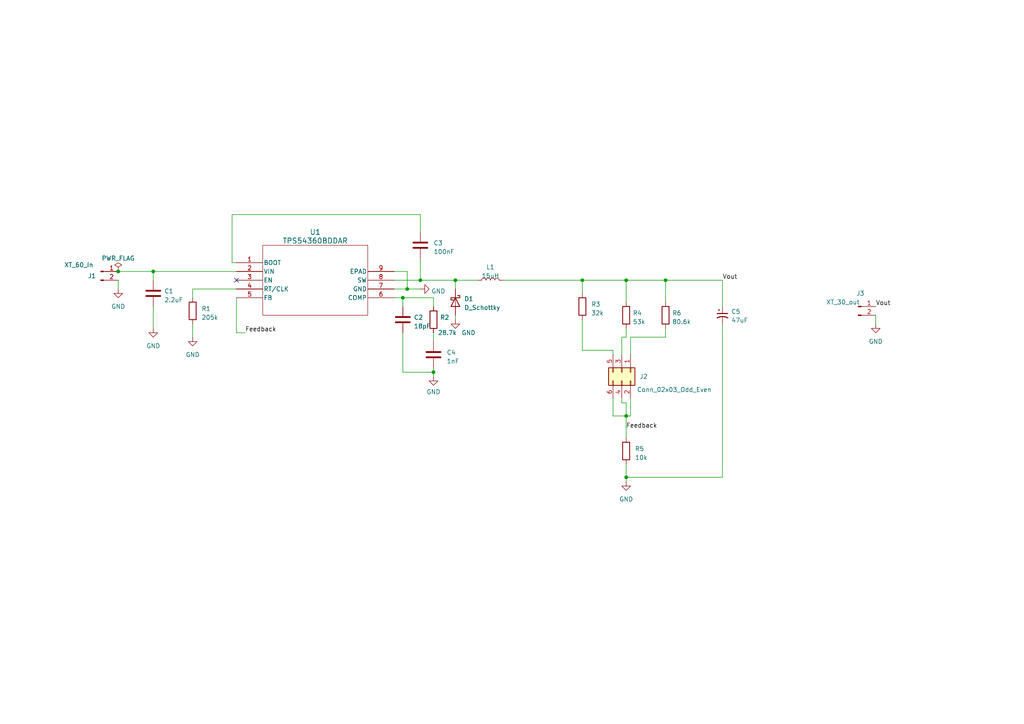
<source format=kicad_sch>
(kicad_sch (version 20230121) (generator eeschema)

  (uuid 7725f0b8-cb64-45b3-baea-c04ebf2b9791)

  (paper "A4")

  (lib_symbols
    (symbol "Connector:Conn_01x02_Pin" (pin_names (offset 1.016) hide) (in_bom yes) (on_board yes)
      (property "Reference" "J" (at 0 2.54 0)
        (effects (font (size 1.27 1.27)))
      )
      (property "Value" "Conn_01x02_Pin" (at 0 -5.08 0)
        (effects (font (size 1.27 1.27)))
      )
      (property "Footprint" "" (at 0 0 0)
        (effects (font (size 1.27 1.27)) hide)
      )
      (property "Datasheet" "~" (at 0 0 0)
        (effects (font (size 1.27 1.27)) hide)
      )
      (property "ki_locked" "" (at 0 0 0)
        (effects (font (size 1.27 1.27)))
      )
      (property "ki_keywords" "connector" (at 0 0 0)
        (effects (font (size 1.27 1.27)) hide)
      )
      (property "ki_description" "Generic connector, single row, 01x02, script generated" (at 0 0 0)
        (effects (font (size 1.27 1.27)) hide)
      )
      (property "ki_fp_filters" "Connector*:*_1x??_*" (at 0 0 0)
        (effects (font (size 1.27 1.27)) hide)
      )
      (symbol "Conn_01x02_Pin_1_1"
        (polyline
          (pts
            (xy 1.27 -2.54)
            (xy 0.8636 -2.54)
          )
          (stroke (width 0.1524) (type default))
          (fill (type none))
        )
        (polyline
          (pts
            (xy 1.27 0)
            (xy 0.8636 0)
          )
          (stroke (width 0.1524) (type default))
          (fill (type none))
        )
        (rectangle (start 0.8636 -2.413) (end 0 -2.667)
          (stroke (width 0.1524) (type default))
          (fill (type outline))
        )
        (rectangle (start 0.8636 0.127) (end 0 -0.127)
          (stroke (width 0.1524) (type default))
          (fill (type outline))
        )
        (pin passive line (at 5.08 0 180) (length 3.81)
          (name "Pin_1" (effects (font (size 1.27 1.27))))
          (number "1" (effects (font (size 1.27 1.27))))
        )
        (pin passive line (at 5.08 -2.54 180) (length 3.81)
          (name "Pin_2" (effects (font (size 1.27 1.27))))
          (number "2" (effects (font (size 1.27 1.27))))
        )
      )
    )
    (symbol "Connector_Generic:Conn_02x03_Odd_Even" (pin_names (offset 1.016) hide) (in_bom yes) (on_board yes)
      (property "Reference" "J" (at 1.27 5.08 0)
        (effects (font (size 1.27 1.27)))
      )
      (property "Value" "Conn_02x03_Odd_Even" (at 1.27 -5.08 0)
        (effects (font (size 1.27 1.27)))
      )
      (property "Footprint" "" (at 0 0 0)
        (effects (font (size 1.27 1.27)) hide)
      )
      (property "Datasheet" "~" (at 0 0 0)
        (effects (font (size 1.27 1.27)) hide)
      )
      (property "ki_keywords" "connector" (at 0 0 0)
        (effects (font (size 1.27 1.27)) hide)
      )
      (property "ki_description" "Generic connector, double row, 02x03, odd/even pin numbering scheme (row 1 odd numbers, row 2 even numbers), script generated (kicad-library-utils/schlib/autogen/connector/)" (at 0 0 0)
        (effects (font (size 1.27 1.27)) hide)
      )
      (property "ki_fp_filters" "Connector*:*_2x??_*" (at 0 0 0)
        (effects (font (size 1.27 1.27)) hide)
      )
      (symbol "Conn_02x03_Odd_Even_1_1"
        (rectangle (start -1.27 -2.413) (end 0 -2.667)
          (stroke (width 0.1524) (type default))
          (fill (type none))
        )
        (rectangle (start -1.27 0.127) (end 0 -0.127)
          (stroke (width 0.1524) (type default))
          (fill (type none))
        )
        (rectangle (start -1.27 2.667) (end 0 2.413)
          (stroke (width 0.1524) (type default))
          (fill (type none))
        )
        (rectangle (start -1.27 3.81) (end 3.81 -3.81)
          (stroke (width 0.254) (type default))
          (fill (type background))
        )
        (rectangle (start 3.81 -2.413) (end 2.54 -2.667)
          (stroke (width 0.1524) (type default))
          (fill (type none))
        )
        (rectangle (start 3.81 0.127) (end 2.54 -0.127)
          (stroke (width 0.1524) (type default))
          (fill (type none))
        )
        (rectangle (start 3.81 2.667) (end 2.54 2.413)
          (stroke (width 0.1524) (type default))
          (fill (type none))
        )
        (pin passive line (at -5.08 2.54 0) (length 3.81)
          (name "Pin_1" (effects (font (size 1.27 1.27))))
          (number "1" (effects (font (size 1.27 1.27))))
        )
        (pin passive line (at 7.62 2.54 180) (length 3.81)
          (name "Pin_2" (effects (font (size 1.27 1.27))))
          (number "2" (effects (font (size 1.27 1.27))))
        )
        (pin passive line (at -5.08 0 0) (length 3.81)
          (name "Pin_3" (effects (font (size 1.27 1.27))))
          (number "3" (effects (font (size 1.27 1.27))))
        )
        (pin passive line (at 7.62 0 180) (length 3.81)
          (name "Pin_4" (effects (font (size 1.27 1.27))))
          (number "4" (effects (font (size 1.27 1.27))))
        )
        (pin passive line (at -5.08 -2.54 0) (length 3.81)
          (name "Pin_5" (effects (font (size 1.27 1.27))))
          (number "5" (effects (font (size 1.27 1.27))))
        )
        (pin passive line (at 7.62 -2.54 180) (length 3.81)
          (name "Pin_6" (effects (font (size 1.27 1.27))))
          (number "6" (effects (font (size 1.27 1.27))))
        )
      )
    )
    (symbol "Device:C" (pin_numbers hide) (pin_names (offset 0.254)) (in_bom yes) (on_board yes)
      (property "Reference" "C" (at 0.635 2.54 0)
        (effects (font (size 1.27 1.27)) (justify left))
      )
      (property "Value" "C" (at 0.635 -2.54 0)
        (effects (font (size 1.27 1.27)) (justify left))
      )
      (property "Footprint" "" (at 0.9652 -3.81 0)
        (effects (font (size 1.27 1.27)) hide)
      )
      (property "Datasheet" "~" (at 0 0 0)
        (effects (font (size 1.27 1.27)) hide)
      )
      (property "ki_keywords" "cap capacitor" (at 0 0 0)
        (effects (font (size 1.27 1.27)) hide)
      )
      (property "ki_description" "Unpolarized capacitor" (at 0 0 0)
        (effects (font (size 1.27 1.27)) hide)
      )
      (property "ki_fp_filters" "C_*" (at 0 0 0)
        (effects (font (size 1.27 1.27)) hide)
      )
      (symbol "C_0_1"
        (polyline
          (pts
            (xy -2.032 -0.762)
            (xy 2.032 -0.762)
          )
          (stroke (width 0.508) (type default))
          (fill (type none))
        )
        (polyline
          (pts
            (xy -2.032 0.762)
            (xy 2.032 0.762)
          )
          (stroke (width 0.508) (type default))
          (fill (type none))
        )
      )
      (symbol "C_1_1"
        (pin passive line (at 0 3.81 270) (length 2.794)
          (name "~" (effects (font (size 1.27 1.27))))
          (number "1" (effects (font (size 1.27 1.27))))
        )
        (pin passive line (at 0 -3.81 90) (length 2.794)
          (name "~" (effects (font (size 1.27 1.27))))
          (number "2" (effects (font (size 1.27 1.27))))
        )
      )
    )
    (symbol "Device:C_Polarized_Small_US" (pin_numbers hide) (pin_names (offset 0.254) hide) (in_bom yes) (on_board yes)
      (property "Reference" "C" (at 0.254 1.778 0)
        (effects (font (size 1.27 1.27)) (justify left))
      )
      (property "Value" "C_Polarized_Small_US" (at 0.254 -2.032 0)
        (effects (font (size 1.27 1.27)) (justify left))
      )
      (property "Footprint" "" (at 0 0 0)
        (effects (font (size 1.27 1.27)) hide)
      )
      (property "Datasheet" "~" (at 0 0 0)
        (effects (font (size 1.27 1.27)) hide)
      )
      (property "ki_keywords" "cap capacitor" (at 0 0 0)
        (effects (font (size 1.27 1.27)) hide)
      )
      (property "ki_description" "Polarized capacitor, small US symbol" (at 0 0 0)
        (effects (font (size 1.27 1.27)) hide)
      )
      (property "ki_fp_filters" "CP_*" (at 0 0 0)
        (effects (font (size 1.27 1.27)) hide)
      )
      (symbol "C_Polarized_Small_US_0_1"
        (polyline
          (pts
            (xy -1.524 0.508)
            (xy 1.524 0.508)
          )
          (stroke (width 0.3048) (type default))
          (fill (type none))
        )
        (polyline
          (pts
            (xy -1.27 1.524)
            (xy -0.762 1.524)
          )
          (stroke (width 0) (type default))
          (fill (type none))
        )
        (polyline
          (pts
            (xy -1.016 1.27)
            (xy -1.016 1.778)
          )
          (stroke (width 0) (type default))
          (fill (type none))
        )
        (arc (start 1.524 -0.762) (mid 0 -0.3734) (end -1.524 -0.762)
          (stroke (width 0.3048) (type default))
          (fill (type none))
        )
      )
      (symbol "C_Polarized_Small_US_1_1"
        (pin passive line (at 0 2.54 270) (length 2.032)
          (name "~" (effects (font (size 1.27 1.27))))
          (number "1" (effects (font (size 1.27 1.27))))
        )
        (pin passive line (at 0 -2.54 90) (length 2.032)
          (name "~" (effects (font (size 1.27 1.27))))
          (number "2" (effects (font (size 1.27 1.27))))
        )
      )
    )
    (symbol "Device:D_Schottky" (pin_numbers hide) (pin_names (offset 1.016) hide) (in_bom yes) (on_board yes)
      (property "Reference" "D" (at 0 2.54 0)
        (effects (font (size 1.27 1.27)))
      )
      (property "Value" "D_Schottky" (at 0 -2.54 0)
        (effects (font (size 1.27 1.27)))
      )
      (property "Footprint" "" (at 0 0 0)
        (effects (font (size 1.27 1.27)) hide)
      )
      (property "Datasheet" "~" (at 0 0 0)
        (effects (font (size 1.27 1.27)) hide)
      )
      (property "ki_keywords" "diode Schottky" (at 0 0 0)
        (effects (font (size 1.27 1.27)) hide)
      )
      (property "ki_description" "Schottky diode" (at 0 0 0)
        (effects (font (size 1.27 1.27)) hide)
      )
      (property "ki_fp_filters" "TO-???* *_Diode_* *SingleDiode* D_*" (at 0 0 0)
        (effects (font (size 1.27 1.27)) hide)
      )
      (symbol "D_Schottky_0_1"
        (polyline
          (pts
            (xy 1.27 0)
            (xy -1.27 0)
          )
          (stroke (width 0) (type default))
          (fill (type none))
        )
        (polyline
          (pts
            (xy 1.27 1.27)
            (xy 1.27 -1.27)
            (xy -1.27 0)
            (xy 1.27 1.27)
          )
          (stroke (width 0.254) (type default))
          (fill (type none))
        )
        (polyline
          (pts
            (xy -1.905 0.635)
            (xy -1.905 1.27)
            (xy -1.27 1.27)
            (xy -1.27 -1.27)
            (xy -0.635 -1.27)
            (xy -0.635 -0.635)
          )
          (stroke (width 0.254) (type default))
          (fill (type none))
        )
      )
      (symbol "D_Schottky_1_1"
        (pin passive line (at -3.81 0 0) (length 2.54)
          (name "K" (effects (font (size 1.27 1.27))))
          (number "1" (effects (font (size 1.27 1.27))))
        )
        (pin passive line (at 3.81 0 180) (length 2.54)
          (name "A" (effects (font (size 1.27 1.27))))
          (number "2" (effects (font (size 1.27 1.27))))
        )
      )
    )
    (symbol "Device:L" (pin_numbers hide) (pin_names (offset 1.016) hide) (in_bom yes) (on_board yes)
      (property "Reference" "L" (at -1.27 0 90)
        (effects (font (size 1.27 1.27)))
      )
      (property "Value" "L" (at 1.905 0 90)
        (effects (font (size 1.27 1.27)))
      )
      (property "Footprint" "" (at 0 0 0)
        (effects (font (size 1.27 1.27)) hide)
      )
      (property "Datasheet" "~" (at 0 0 0)
        (effects (font (size 1.27 1.27)) hide)
      )
      (property "ki_keywords" "inductor choke coil reactor magnetic" (at 0 0 0)
        (effects (font (size 1.27 1.27)) hide)
      )
      (property "ki_description" "Inductor" (at 0 0 0)
        (effects (font (size 1.27 1.27)) hide)
      )
      (property "ki_fp_filters" "Choke_* *Coil* Inductor_* L_*" (at 0 0 0)
        (effects (font (size 1.27 1.27)) hide)
      )
      (symbol "L_0_1"
        (arc (start 0 -2.54) (mid 0.6323 -1.905) (end 0 -1.27)
          (stroke (width 0) (type default))
          (fill (type none))
        )
        (arc (start 0 -1.27) (mid 0.6323 -0.635) (end 0 0)
          (stroke (width 0) (type default))
          (fill (type none))
        )
        (arc (start 0 0) (mid 0.6323 0.635) (end 0 1.27)
          (stroke (width 0) (type default))
          (fill (type none))
        )
        (arc (start 0 1.27) (mid 0.6323 1.905) (end 0 2.54)
          (stroke (width 0) (type default))
          (fill (type none))
        )
      )
      (symbol "L_1_1"
        (pin passive line (at 0 3.81 270) (length 1.27)
          (name "1" (effects (font (size 1.27 1.27))))
          (number "1" (effects (font (size 1.27 1.27))))
        )
        (pin passive line (at 0 -3.81 90) (length 1.27)
          (name "2" (effects (font (size 1.27 1.27))))
          (number "2" (effects (font (size 1.27 1.27))))
        )
      )
    )
    (symbol "Device:R" (pin_numbers hide) (pin_names (offset 0)) (in_bom yes) (on_board yes)
      (property "Reference" "R" (at 2.032 0 90)
        (effects (font (size 1.27 1.27)))
      )
      (property "Value" "R" (at 0 0 90)
        (effects (font (size 1.27 1.27)))
      )
      (property "Footprint" "" (at -1.778 0 90)
        (effects (font (size 1.27 1.27)) hide)
      )
      (property "Datasheet" "~" (at 0 0 0)
        (effects (font (size 1.27 1.27)) hide)
      )
      (property "ki_keywords" "R res resistor" (at 0 0 0)
        (effects (font (size 1.27 1.27)) hide)
      )
      (property "ki_description" "Resistor" (at 0 0 0)
        (effects (font (size 1.27 1.27)) hide)
      )
      (property "ki_fp_filters" "R_*" (at 0 0 0)
        (effects (font (size 1.27 1.27)) hide)
      )
      (symbol "R_0_1"
        (rectangle (start -1.016 -2.54) (end 1.016 2.54)
          (stroke (width 0.254) (type default))
          (fill (type none))
        )
      )
      (symbol "R_1_1"
        (pin passive line (at 0 3.81 270) (length 1.27)
          (name "~" (effects (font (size 1.27 1.27))))
          (number "1" (effects (font (size 1.27 1.27))))
        )
        (pin passive line (at 0 -3.81 90) (length 1.27)
          (name "~" (effects (font (size 1.27 1.27))))
          (number "2" (effects (font (size 1.27 1.27))))
        )
      )
    )
    (symbol "TPS54360BDDAR_VoltageRegulator:TPS54360BDDAR" (pin_names (offset 0.254)) (in_bom yes) (on_board yes)
      (property "Reference" "U" (at 22.86 10.16 0)
        (effects (font (size 1.524 1.524)))
      )
      (property "Value" "TPS54360BDDAR" (at 22.86 7.62 0)
        (effects (font (size 1.524 1.524)))
      )
      (property "Footprint" "U_DDA_TEX" (at 0 0 0)
        (effects (font (size 1.27 1.27) italic) hide)
      )
      (property "Datasheet" "TPS54360BDDAR" (at 0 0 0)
        (effects (font (size 1.27 1.27) italic) hide)
      )
      (property "ki_locked" "" (at 0 0 0)
        (effects (font (size 1.27 1.27)))
      )
      (property "ki_keywords" "TPS54360BDDAR" (at 0 0 0)
        (effects (font (size 1.27 1.27)) hide)
      )
      (property "ki_fp_filters" "U_DDA_TEX U_DDA_TEX-M U_DDA_TEX-L" (at 0 0 0)
        (effects (font (size 1.27 1.27)) hide)
      )
      (symbol "TPS54360BDDAR_0_1"
        (polyline
          (pts
            (xy 7.62 -15.24)
            (xy 38.1 -15.24)
          )
          (stroke (width 0.127) (type default))
          (fill (type none))
        )
        (polyline
          (pts
            (xy 7.62 5.08)
            (xy 7.62 -15.24)
          )
          (stroke (width 0.127) (type default))
          (fill (type none))
        )
        (polyline
          (pts
            (xy 38.1 -15.24)
            (xy 38.1 5.08)
          )
          (stroke (width 0.127) (type default))
          (fill (type none))
        )
        (polyline
          (pts
            (xy 38.1 5.08)
            (xy 7.62 5.08)
          )
          (stroke (width 0.127) (type default))
          (fill (type none))
        )
        (pin output line (at 0 0 0) (length 7.62)
          (name "BOOT" (effects (font (size 1.27 1.27))))
          (number "1" (effects (font (size 1.27 1.27))))
        )
        (pin power_in line (at 0 -2.54 0) (length 7.62)
          (name "VIN" (effects (font (size 1.27 1.27))))
          (number "2" (effects (font (size 1.27 1.27))))
        )
        (pin input line (at 0 -5.08 0) (length 7.62)
          (name "EN" (effects (font (size 1.27 1.27))))
          (number "3" (effects (font (size 1.27 1.27))))
        )
        (pin input line (at 0 -7.62 0) (length 7.62)
          (name "RT/CLK" (effects (font (size 1.27 1.27))))
          (number "4" (effects (font (size 1.27 1.27))))
        )
        (pin input line (at 0 -10.16 0) (length 7.62)
          (name "FB" (effects (font (size 1.27 1.27))))
          (number "5" (effects (font (size 1.27 1.27))))
        )
        (pin output line (at 45.72 -10.16 180) (length 7.62)
          (name "COMP" (effects (font (size 1.27 1.27))))
          (number "6" (effects (font (size 1.27 1.27))))
        )
        (pin power_out line (at 45.72 -7.62 180) (length 7.62)
          (name "GND" (effects (font (size 1.27 1.27))))
          (number "7" (effects (font (size 1.27 1.27))))
        )
        (pin input line (at 45.72 -5.08 180) (length 7.62)
          (name "SW" (effects (font (size 1.27 1.27))))
          (number "8" (effects (font (size 1.27 1.27))))
        )
        (pin power_out line (at 45.72 -2.54 180) (length 7.62)
          (name "EPAD" (effects (font (size 1.27 1.27))))
          (number "9" (effects (font (size 1.27 1.27))))
        )
      )
    )
    (symbol "power:GND" (power) (pin_names (offset 0)) (in_bom yes) (on_board yes)
      (property "Reference" "#PWR" (at 0 -6.35 0)
        (effects (font (size 1.27 1.27)) hide)
      )
      (property "Value" "GND" (at 0 -3.81 0)
        (effects (font (size 1.27 1.27)))
      )
      (property "Footprint" "" (at 0 0 0)
        (effects (font (size 1.27 1.27)) hide)
      )
      (property "Datasheet" "" (at 0 0 0)
        (effects (font (size 1.27 1.27)) hide)
      )
      (property "ki_keywords" "global power" (at 0 0 0)
        (effects (font (size 1.27 1.27)) hide)
      )
      (property "ki_description" "Power symbol creates a global label with name \"GND\" , ground" (at 0 0 0)
        (effects (font (size 1.27 1.27)) hide)
      )
      (symbol "GND_0_1"
        (polyline
          (pts
            (xy 0 0)
            (xy 0 -1.27)
            (xy 1.27 -1.27)
            (xy 0 -2.54)
            (xy -1.27 -1.27)
            (xy 0 -1.27)
          )
          (stroke (width 0) (type default))
          (fill (type none))
        )
      )
      (symbol "GND_1_1"
        (pin power_in line (at 0 0 270) (length 0) hide
          (name "GND" (effects (font (size 1.27 1.27))))
          (number "1" (effects (font (size 1.27 1.27))))
        )
      )
    )
    (symbol "power:PWR_FLAG" (power) (pin_numbers hide) (pin_names (offset 0) hide) (in_bom yes) (on_board yes)
      (property "Reference" "#FLG" (at 0 1.905 0)
        (effects (font (size 1.27 1.27)) hide)
      )
      (property "Value" "PWR_FLAG" (at 0 3.81 0)
        (effects (font (size 1.27 1.27)))
      )
      (property "Footprint" "" (at 0 0 0)
        (effects (font (size 1.27 1.27)) hide)
      )
      (property "Datasheet" "~" (at 0 0 0)
        (effects (font (size 1.27 1.27)) hide)
      )
      (property "ki_keywords" "flag power" (at 0 0 0)
        (effects (font (size 1.27 1.27)) hide)
      )
      (property "ki_description" "Special symbol for telling ERC where power comes from" (at 0 0 0)
        (effects (font (size 1.27 1.27)) hide)
      )
      (symbol "PWR_FLAG_0_0"
        (pin power_out line (at 0 0 90) (length 0)
          (name "pwr" (effects (font (size 1.27 1.27))))
          (number "1" (effects (font (size 1.27 1.27))))
        )
      )
      (symbol "PWR_FLAG_0_1"
        (polyline
          (pts
            (xy 0 0)
            (xy 0 1.27)
            (xy -1.016 1.905)
            (xy 0 2.54)
            (xy 1.016 1.905)
            (xy 0 1.27)
          )
          (stroke (width 0) (type default))
          (fill (type none))
        )
      )
    )
  )

  (junction (at 132.08 81.28) (diameter 0) (color 0 0 0 0)
    (uuid 1f8ae910-199d-440a-8cb8-8181a5133d67)
  )
  (junction (at 193.04 81.28) (diameter 0) (color 0 0 0 0)
    (uuid 3d556427-1e9f-48ad-b50c-7253ef97e6ca)
  )
  (junction (at 116.84 86.36) (diameter 0) (color 0 0 0 0)
    (uuid 436990dc-72d3-4feb-b375-6d09cd2d1340)
  )
  (junction (at 44.45 78.74) (diameter 0) (color 0 0 0 0)
    (uuid 4ae6a35f-c4be-4ec3-8b74-d7a5aab88224)
  )
  (junction (at 34.29 78.74) (diameter 0) (color 0 0 0 0)
    (uuid 5e33ca8b-bfbe-4633-9cee-c58baa21fd1c)
  )
  (junction (at 181.61 138.43) (diameter 0) (color 0 0 0 0)
    (uuid 62b301b2-8e2b-4f72-80e9-2ead35fa8fc6)
  )
  (junction (at 125.73 107.95) (diameter 0) (color 0 0 0 0)
    (uuid 6f42410a-a707-4b55-980e-4e4268f2bd55)
  )
  (junction (at 121.92 81.28) (diameter 0) (color 0 0 0 0)
    (uuid 77053a97-2495-4dcf-8dc0-fa426c84b5f8)
  )
  (junction (at 118.11 83.82) (diameter 0) (color 0 0 0 0)
    (uuid 79b0fdd9-dce3-426f-938e-c330efc68a8f)
  )
  (junction (at 168.91 81.28) (diameter 0) (color 0 0 0 0)
    (uuid c2ecc338-ee78-4d24-b208-0acb95774500)
  )
  (junction (at 181.61 120.65) (diameter 0) (color 0 0 0 0)
    (uuid d3f3fc9c-501b-4efb-b1f5-6f5bf8ec05dd)
  )
  (junction (at 181.61 81.28) (diameter 0) (color 0 0 0 0)
    (uuid fce1fd1a-54eb-4825-b8f8-2c5c92ebde32)
  )

  (no_connect (at 68.58 81.28) (uuid a76fc4e6-313c-4662-912b-bb830f805ed2))

  (wire (pts (xy 168.91 81.28) (xy 168.91 85.09))
    (stroke (width 0) (type default))
    (uuid 00a595ff-ed55-4598-9ce9-92ff13d5f290)
  )
  (wire (pts (xy 67.31 62.23) (xy 67.31 76.2))
    (stroke (width 0) (type default))
    (uuid 0604d0ae-b8f9-4a4e-a196-9016f294bcce)
  )
  (wire (pts (xy 116.84 86.36) (xy 116.84 88.9))
    (stroke (width 0) (type default))
    (uuid 13899c23-4d8c-4b5d-9ed6-a8abf082ed57)
  )
  (wire (pts (xy 114.3 86.36) (xy 116.84 86.36))
    (stroke (width 0) (type default))
    (uuid 16df4d1e-1b28-473b-ac5e-1d3ac5162041)
  )
  (wire (pts (xy 118.11 83.82) (xy 118.11 78.74))
    (stroke (width 0) (type default))
    (uuid 1a648902-00ce-4697-b1bc-ffee03338224)
  )
  (wire (pts (xy 118.11 78.74) (xy 114.3 78.74))
    (stroke (width 0) (type default))
    (uuid 1c308290-e550-4654-ad95-580ca48cdb53)
  )
  (wire (pts (xy 125.73 88.9) (xy 125.73 86.36))
    (stroke (width 0) (type default))
    (uuid 1e6a949d-b731-4c4c-82dc-289633aadae4)
  )
  (wire (pts (xy 68.58 96.52) (xy 68.58 86.36))
    (stroke (width 0) (type default))
    (uuid 259e7314-50e4-48a7-b975-992da922b278)
  )
  (wire (pts (xy 209.55 138.43) (xy 181.61 138.43))
    (stroke (width 0) (type default))
    (uuid 32921c73-f1d4-4a2d-862e-11d441399d8e)
  )
  (wire (pts (xy 181.61 116.84) (xy 181.61 120.65))
    (stroke (width 0) (type default))
    (uuid 343e477e-ae9f-4b22-babd-c5a99bf6246c)
  )
  (wire (pts (xy 181.61 95.25) (xy 181.61 97.79))
    (stroke (width 0) (type default))
    (uuid 35633680-096f-419a-a2a4-d887b918499d)
  )
  (wire (pts (xy 177.8 120.65) (xy 181.61 120.65))
    (stroke (width 0) (type default))
    (uuid 3dac6050-e7ae-435d-b401-779db89367a6)
  )
  (wire (pts (xy 182.88 97.79) (xy 182.88 102.87))
    (stroke (width 0) (type default))
    (uuid 41aaaa8f-7d9f-4e3e-8a15-3d0f2ccc833c)
  )
  (wire (pts (xy 193.04 81.28) (xy 193.04 87.63))
    (stroke (width 0) (type default))
    (uuid 4768eb8b-b388-4c8b-a935-faa46c270815)
  )
  (wire (pts (xy 254 91.44) (xy 254 93.98))
    (stroke (width 0) (type default))
    (uuid 47cc448b-6a2b-4711-8da8-2b61efad2675)
  )
  (wire (pts (xy 181.61 138.43) (xy 181.61 139.7))
    (stroke (width 0) (type default))
    (uuid 49225c57-8b83-43e0-a9e4-170449057dc1)
  )
  (wire (pts (xy 181.61 134.62) (xy 181.61 138.43))
    (stroke (width 0) (type default))
    (uuid 49361a21-f41d-4d8b-96fd-be0b324809c5)
  )
  (wire (pts (xy 116.84 96.52) (xy 116.84 107.95))
    (stroke (width 0) (type default))
    (uuid 54db22c8-6475-4d48-84a8-2c6df5aacc44)
  )
  (wire (pts (xy 68.58 83.82) (xy 55.88 83.82))
    (stroke (width 0) (type default))
    (uuid 558868a5-4bec-44c7-9249-2347669a447d)
  )
  (wire (pts (xy 132.08 91.44) (xy 132.08 92.71))
    (stroke (width 0) (type default))
    (uuid 5589b26b-3a0f-4bb7-9d11-77ef0406e793)
  )
  (wire (pts (xy 125.73 86.36) (xy 116.84 86.36))
    (stroke (width 0) (type default))
    (uuid 56cb9ddd-a62a-435b-9e07-01c9e0a2b6a4)
  )
  (wire (pts (xy 34.29 81.28) (xy 34.29 83.82))
    (stroke (width 0) (type default))
    (uuid 59a4d245-26ca-4390-b640-944f957f0430)
  )
  (wire (pts (xy 209.55 93.98) (xy 209.55 138.43))
    (stroke (width 0) (type default))
    (uuid 5cdfcf5d-6bfe-4dcc-bf8e-a7372f5dec08)
  )
  (wire (pts (xy 180.34 97.79) (xy 180.34 102.87))
    (stroke (width 0) (type default))
    (uuid 5efa28a4-8749-4145-bab9-f8185cea05fb)
  )
  (wire (pts (xy 121.92 81.28) (xy 132.08 81.28))
    (stroke (width 0) (type default))
    (uuid 6449a0cf-df68-4b24-a098-9848d77c0aee)
  )
  (wire (pts (xy 116.84 107.95) (xy 125.73 107.95))
    (stroke (width 0) (type default))
    (uuid 649ed942-6ebe-4592-a228-323232e98fdc)
  )
  (wire (pts (xy 44.45 88.9) (xy 44.45 95.25))
    (stroke (width 0) (type default))
    (uuid 65dca508-d1f0-410f-a238-9aef5a45f644)
  )
  (wire (pts (xy 67.31 76.2) (xy 68.58 76.2))
    (stroke (width 0) (type default))
    (uuid 68848495-26bf-498a-9205-725f7647687b)
  )
  (wire (pts (xy 146.05 81.28) (xy 168.91 81.28))
    (stroke (width 0) (type default))
    (uuid 69beaa35-3602-4bbc-9f0d-9684842f8731)
  )
  (wire (pts (xy 181.61 120.65) (xy 181.61 127))
    (stroke (width 0) (type default))
    (uuid 6e6155e8-3e20-46f3-b701-07d7ba284c56)
  )
  (wire (pts (xy 121.92 67.31) (xy 121.92 62.23))
    (stroke (width 0) (type default))
    (uuid 71a0588a-6a94-46d4-a586-e411b9d94f08)
  )
  (wire (pts (xy 34.29 78.74) (xy 44.45 78.74))
    (stroke (width 0) (type default))
    (uuid 75d412a4-8bba-497e-8b25-2807746939a6)
  )
  (wire (pts (xy 180.34 116.84) (xy 181.61 116.84))
    (stroke (width 0) (type default))
    (uuid 784e8522-4b74-49ac-8534-81a8bd016ecb)
  )
  (wire (pts (xy 181.61 81.28) (xy 193.04 81.28))
    (stroke (width 0) (type default))
    (uuid 7f32c339-fe79-40e0-89a1-156695bc44c1)
  )
  (wire (pts (xy 181.61 97.79) (xy 180.34 97.79))
    (stroke (width 0) (type default))
    (uuid 8233791d-98fd-4a6b-97ec-e3c4f463ddf9)
  )
  (wire (pts (xy 209.55 81.28) (xy 209.55 88.9))
    (stroke (width 0) (type default))
    (uuid 82e35320-c038-455e-893b-8492a57cb410)
  )
  (wire (pts (xy 114.3 83.82) (xy 118.11 83.82))
    (stroke (width 0) (type default))
    (uuid 85d32c68-9644-46c6-89da-65577308e0cb)
  )
  (wire (pts (xy 177.8 115.57) (xy 177.8 120.65))
    (stroke (width 0) (type default))
    (uuid 8a83edba-5980-4548-9010-0c914fe6f919)
  )
  (wire (pts (xy 132.08 83.82) (xy 132.08 81.28))
    (stroke (width 0) (type default))
    (uuid 8cd92c64-452f-4de1-b659-91593e87981e)
  )
  (wire (pts (xy 181.61 120.65) (xy 182.88 120.65))
    (stroke (width 0) (type default))
    (uuid 8db85cc7-d1d2-433f-930a-e5074dfeae99)
  )
  (wire (pts (xy 125.73 107.95) (xy 125.73 109.22))
    (stroke (width 0) (type default))
    (uuid 91a81329-12f1-43e4-824c-20d5f3aa68a4)
  )
  (wire (pts (xy 182.88 115.57) (xy 182.88 120.65))
    (stroke (width 0) (type default))
    (uuid 9635a18f-7ae7-4a49-a920-7b89c5a855a2)
  )
  (wire (pts (xy 67.31 62.23) (xy 121.92 62.23))
    (stroke (width 0) (type default))
    (uuid 999ae97e-3c6e-4aee-a0e2-ef46fdd59b41)
  )
  (wire (pts (xy 114.3 81.28) (xy 121.92 81.28))
    (stroke (width 0) (type default))
    (uuid 99b8980f-cbd2-4eb4-97a5-912e2a33aefd)
  )
  (wire (pts (xy 168.91 92.71) (xy 168.91 101.6))
    (stroke (width 0) (type default))
    (uuid a594d1d6-756e-4862-84d7-ed40b1d6b4a4)
  )
  (wire (pts (xy 168.91 101.6) (xy 177.8 101.6))
    (stroke (width 0) (type default))
    (uuid a839fbcc-22e9-4a2a-87d3-d41abf92c3ed)
  )
  (wire (pts (xy 55.88 93.98) (xy 55.88 97.79))
    (stroke (width 0) (type default))
    (uuid b073a959-d850-468a-9af5-45ada4927411)
  )
  (wire (pts (xy 180.34 115.57) (xy 180.34 116.84))
    (stroke (width 0) (type default))
    (uuid b76177b1-c4ad-4306-8385-bc1a23eafbd2)
  )
  (wire (pts (xy 125.73 96.52) (xy 125.73 99.06))
    (stroke (width 0) (type default))
    (uuid bd67ea79-8458-47c4-8a2f-e2afd0cf6a56)
  )
  (wire (pts (xy 132.08 81.28) (xy 138.43 81.28))
    (stroke (width 0) (type default))
    (uuid c1d2a42b-9469-4162-8389-0970928ca4ac)
  )
  (wire (pts (xy 193.04 95.25) (xy 193.04 97.79))
    (stroke (width 0) (type default))
    (uuid c22f1ace-8e59-4702-8fdb-1598d327403b)
  )
  (wire (pts (xy 193.04 81.28) (xy 209.55 81.28))
    (stroke (width 0) (type default))
    (uuid c3ff5a51-47b7-40d2-86c4-a2c23f8263ed)
  )
  (wire (pts (xy 181.61 81.28) (xy 181.61 87.63))
    (stroke (width 0) (type default))
    (uuid cd45085c-d5e7-4f60-8c76-cd91ebee84eb)
  )
  (wire (pts (xy 125.73 106.68) (xy 125.73 107.95))
    (stroke (width 0) (type default))
    (uuid d6f21189-8abf-4c5a-913d-41f9c8c52d02)
  )
  (wire (pts (xy 193.04 97.79) (xy 182.88 97.79))
    (stroke (width 0) (type default))
    (uuid de83d442-aed6-4198-8864-5e9d35ca184f)
  )
  (wire (pts (xy 121.92 74.93) (xy 121.92 81.28))
    (stroke (width 0) (type default))
    (uuid e32292a1-5edb-4e60-8c12-4e61db31cbcf)
  )
  (wire (pts (xy 44.45 78.74) (xy 44.45 81.28))
    (stroke (width 0) (type default))
    (uuid e3d764ae-72dc-41de-bc96-81fb40b5bb55)
  )
  (wire (pts (xy 177.8 101.6) (xy 177.8 102.87))
    (stroke (width 0) (type default))
    (uuid e600e2fb-7dd6-4c29-9b25-3382cc9ad1be)
  )
  (wire (pts (xy 168.91 81.28) (xy 181.61 81.28))
    (stroke (width 0) (type default))
    (uuid ecbc03ba-a1cf-43ff-9ddd-22ea7d1e798a)
  )
  (wire (pts (xy 55.88 83.82) (xy 55.88 86.36))
    (stroke (width 0) (type default))
    (uuid f3e42cfe-b621-46fd-9a52-b7dc24a98955)
  )
  (wire (pts (xy 118.11 83.82) (xy 121.92 83.82))
    (stroke (width 0) (type default))
    (uuid f5cac00e-7465-4c6e-bd39-5b04257632c8)
  )
  (wire (pts (xy 44.45 78.74) (xy 68.58 78.74))
    (stroke (width 0) (type default))
    (uuid f6e9bba0-a4b9-417b-9c77-ef236a18f1bc)
  )
  (wire (pts (xy 71.12 96.52) (xy 68.58 96.52))
    (stroke (width 0) (type default))
    (uuid f7a832e7-3f18-4442-b127-e4f5c7f8c1b5)
  )

  (label "Feedback" (at 181.61 124.46 0) (fields_autoplaced)
    (effects (font (size 1.27 1.27)) (justify left bottom))
    (uuid 35ff841d-cd37-4330-8c01-c5cf4ad45944)
  )
  (label "Vout" (at 254 88.9 0) (fields_autoplaced)
    (effects (font (size 1.27 1.27)) (justify left bottom))
    (uuid 4075d3bc-b39e-43b0-a3a4-ea9c067872c9)
  )
  (label "Vout" (at 209.55 81.28 0) (fields_autoplaced)
    (effects (font (size 1.27 1.27)) (justify left bottom))
    (uuid f51763ac-7715-4c10-9a25-0ae0f29cd711)
  )
  (label "Feedback" (at 71.12 96.52 0) (fields_autoplaced)
    (effects (font (size 1.27 1.27)) (justify left bottom))
    (uuid fb632c19-259e-49ee-8774-ab59baebfe53)
  )

  (symbol (lib_id "power:GND") (at 125.73 109.22 0) (unit 1)
    (in_bom yes) (on_board yes) (dnp no) (fields_autoplaced)
    (uuid 00c48d11-a171-408e-9b39-e96f10469c18)
    (property "Reference" "#PWR05" (at 125.73 115.57 0)
      (effects (font (size 1.27 1.27)) hide)
    )
    (property "Value" "GND" (at 125.73 113.665 0)
      (effects (font (size 1.27 1.27)))
    )
    (property "Footprint" "" (at 125.73 109.22 0)
      (effects (font (size 1.27 1.27)) hide)
    )
    (property "Datasheet" "" (at 125.73 109.22 0)
      (effects (font (size 1.27 1.27)) hide)
    )
    (pin "1" (uuid c10c1ee7-2584-4d82-8d00-77753749a5b5))
    (instances
      (project "48to7VConverter_Variable"
        (path "/7725f0b8-cb64-45b3-baea-c04ebf2b9791"
          (reference "#PWR05") (unit 1)
        )
      )
    )
  )

  (symbol (lib_id "Device:C") (at 116.84 92.71 0) (unit 1)
    (in_bom yes) (on_board yes) (dnp no) (fields_autoplaced)
    (uuid 00c5dd97-3380-42aa-b77b-50c8e7520605)
    (property "Reference" "C2" (at 120.015 92.075 0)
      (effects (font (size 1.27 1.27)) (justify left))
    )
    (property "Value" "18pF" (at 120.015 94.615 0)
      (effects (font (size 1.27 1.27)) (justify left))
    )
    (property "Footprint" "18pFfootprints:K180J15C0GF5TL2_VIS" (at 117.8052 96.52 0)
      (effects (font (size 1.27 1.27)) hide)
    )
    (property "Datasheet" "~" (at 116.84 92.71 0)
      (effects (font (size 1.27 1.27)) hide)
    )
    (pin "1" (uuid 7111eea9-14fd-4476-8bf0-8a7ddf8bfa3a))
    (pin "2" (uuid a0db3408-066c-49f9-bf79-6220efc05caa))
    (instances
      (project "48to7VConverter_Variable"
        (path "/7725f0b8-cb64-45b3-baea-c04ebf2b9791"
          (reference "C2") (unit 1)
        )
      )
    )
  )

  (symbol (lib_id "TPS54360BDDAR_VoltageRegulator:TPS54360BDDAR") (at 68.58 76.2 0) (unit 1)
    (in_bom yes) (on_board yes) (dnp no) (fields_autoplaced)
    (uuid 0134d398-ae53-4434-af06-2e6cb3e8d6cd)
    (property "Reference" "U1" (at 91.44 67.31 0)
      (effects (font (size 1.524 1.524)))
    )
    (property "Value" "TPS54360BDDAR" (at 91.44 69.85 0)
      (effects (font (size 1.524 1.524)))
    )
    (property "Footprint" "MP24943DN-LF-Z_DCDCregulator:U_DDA_TEX" (at 68.58 76.2 0)
      (effects (font (size 1.27 1.27) italic) hide)
    )
    (property "Datasheet" "TPS54360BDDAR" (at 68.58 76.2 0)
      (effects (font (size 1.27 1.27) italic) hide)
    )
    (pin "1" (uuid 2eab6d5d-bd33-4741-9649-2838f225e1ca))
    (pin "2" (uuid 81dad115-a0d0-4152-9a26-919f62a076b4))
    (pin "3" (uuid 83b9eead-479f-4de7-b231-c0269b566380))
    (pin "4" (uuid 56d5ef4c-ccc2-4e81-bd72-62850187fa93))
    (pin "5" (uuid 66a668fc-61eb-42bc-8c35-8f99a76bd5d1))
    (pin "6" (uuid 9bddc1f6-ba76-42e5-bfba-0d21712e6b75))
    (pin "7" (uuid 3c776b85-334f-4104-9922-9c7e3f90a521))
    (pin "8" (uuid 3c775485-20d4-493e-b575-82fc58c40ac4))
    (pin "9" (uuid fbc1b1e7-8617-41ca-920d-30a6f38ca50e))
    (instances
      (project "48to7VConverter_Variable"
        (path "/7725f0b8-cb64-45b3-baea-c04ebf2b9791"
          (reference "U1") (unit 1)
        )
      )
    )
  )

  (symbol (lib_id "power:GND") (at 121.92 83.82 90) (unit 1)
    (in_bom yes) (on_board yes) (dnp no) (fields_autoplaced)
    (uuid 1932b515-1aaf-48b8-ba12-372c707eeedd)
    (property "Reference" "#PWR04" (at 128.27 83.82 0)
      (effects (font (size 1.27 1.27)) hide)
    )
    (property "Value" "GND" (at 125.095 84.455 90)
      (effects (font (size 1.27 1.27)) (justify right))
    )
    (property "Footprint" "" (at 121.92 83.82 0)
      (effects (font (size 1.27 1.27)) hide)
    )
    (property "Datasheet" "" (at 121.92 83.82 0)
      (effects (font (size 1.27 1.27)) hide)
    )
    (pin "1" (uuid 51886b3b-c1dd-4dde-967e-50970ac53aaa))
    (instances
      (project "48to7VConverter_Variable"
        (path "/7725f0b8-cb64-45b3-baea-c04ebf2b9791"
          (reference "#PWR04") (unit 1)
        )
      )
    )
  )

  (symbol (lib_id "power:GND") (at 44.45 95.25 0) (unit 1)
    (in_bom yes) (on_board yes) (dnp no) (fields_autoplaced)
    (uuid 1ac2d4c8-5889-40c8-976d-142576ccd09a)
    (property "Reference" "#PWR02" (at 44.45 101.6 0)
      (effects (font (size 1.27 1.27)) hide)
    )
    (property "Value" "GND" (at 44.45 100.33 0)
      (effects (font (size 1.27 1.27)))
    )
    (property "Footprint" "" (at 44.45 95.25 0)
      (effects (font (size 1.27 1.27)) hide)
    )
    (property "Datasheet" "" (at 44.45 95.25 0)
      (effects (font (size 1.27 1.27)) hide)
    )
    (pin "1" (uuid 8e1ade79-abe5-4d42-8352-ad5fe3a23653))
    (instances
      (project "48to7VConverter_Variable"
        (path "/7725f0b8-cb64-45b3-baea-c04ebf2b9791"
          (reference "#PWR02") (unit 1)
        )
      )
    )
  )

  (symbol (lib_id "power:PWR_FLAG") (at 34.29 78.74 0) (unit 1)
    (in_bom yes) (on_board yes) (dnp no) (fields_autoplaced)
    (uuid 1d8bc025-bb15-47ce-a5f4-626e11d95ac8)
    (property "Reference" "#FLG01" (at 34.29 76.835 0)
      (effects (font (size 1.27 1.27)) hide)
    )
    (property "Value" "PWR_FLAG" (at 34.29 74.93 0)
      (effects (font (size 1.27 1.27)))
    )
    (property "Footprint" "" (at 34.29 78.74 0)
      (effects (font (size 1.27 1.27)) hide)
    )
    (property "Datasheet" "~" (at 34.29 78.74 0)
      (effects (font (size 1.27 1.27)) hide)
    )
    (pin "1" (uuid 0520391e-871a-41c1-8a89-e0a4733ebef3))
    (instances
      (project "48to7VConverter_Variable"
        (path "/7725f0b8-cb64-45b3-baea-c04ebf2b9791"
          (reference "#FLG01") (unit 1)
        )
      )
    )
  )

  (symbol (lib_id "Device:R") (at 125.73 92.71 0) (unit 1)
    (in_bom yes) (on_board yes) (dnp no)
    (uuid 34c70c8f-cd75-49fd-88ab-7d0836e501fd)
    (property "Reference" "R2" (at 127.635 92.075 0)
      (effects (font (size 1.27 1.27)) (justify left))
    )
    (property "Value" "28.7k" (at 127 96.52 0)
      (effects (font (size 1.27 1.27)) (justify left))
    )
    (property "Footprint" "Yageo25:YAG_MF25_YAG" (at 123.952 92.71 90)
      (effects (font (size 1.27 1.27)) hide)
    )
    (property "Datasheet" "~" (at 125.73 92.71 0)
      (effects (font (size 1.27 1.27)) hide)
    )
    (pin "1" (uuid a6e88458-eab9-4946-a5f5-c124a2c43dd5))
    (pin "2" (uuid 7d06f567-b4e2-45a0-bf36-77e0e008bec8))
    (instances
      (project "48to7VConverter_Variable"
        (path "/7725f0b8-cb64-45b3-baea-c04ebf2b9791"
          (reference "R2") (unit 1)
        )
      )
    )
  )

  (symbol (lib_id "Device:C") (at 121.92 71.12 0) (unit 1)
    (in_bom yes) (on_board yes) (dnp no) (fields_autoplaced)
    (uuid 48b241d6-5971-4482-a6fa-8fa9eba25078)
    (property "Reference" "C3" (at 125.73 70.485 0)
      (effects (font (size 1.27 1.27)) (justify left))
    )
    (property "Value" "100nF" (at 125.73 73.025 0)
      (effects (font (size 1.27 1.27)) (justify left))
    )
    (property "Footprint" "100nFfootprints:CAP_C320_KEM" (at 122.8852 74.93 0)
      (effects (font (size 1.27 1.27)) hide)
    )
    (property "Datasheet" "~" (at 121.92 71.12 0)
      (effects (font (size 1.27 1.27)) hide)
    )
    (pin "1" (uuid 6793c6eb-f27f-4d59-8941-4329446c969c))
    (pin "2" (uuid 59e765ba-9375-4f2d-bd0c-9f485e4f21fe))
    (instances
      (project "48to7VConverter_Variable"
        (path "/7725f0b8-cb64-45b3-baea-c04ebf2b9791"
          (reference "C3") (unit 1)
        )
      )
    )
  )

  (symbol (lib_id "power:GND") (at 55.88 97.79 0) (unit 1)
    (in_bom yes) (on_board yes) (dnp no) (fields_autoplaced)
    (uuid 62f467a4-1e6a-4a4f-ac30-7a393e12b79a)
    (property "Reference" "#PWR03" (at 55.88 104.14 0)
      (effects (font (size 1.27 1.27)) hide)
    )
    (property "Value" "GND" (at 55.88 102.87 0)
      (effects (font (size 1.27 1.27)))
    )
    (property "Footprint" "" (at 55.88 97.79 0)
      (effects (font (size 1.27 1.27)) hide)
    )
    (property "Datasheet" "" (at 55.88 97.79 0)
      (effects (font (size 1.27 1.27)) hide)
    )
    (pin "1" (uuid 1d8711d1-d127-45c3-b90e-3b859b306c2e))
    (instances
      (project "48to7VConverter_Variable"
        (path "/7725f0b8-cb64-45b3-baea-c04ebf2b9791"
          (reference "#PWR03") (unit 1)
        )
      )
    )
  )

  (symbol (lib_id "power:GND") (at 181.61 139.7 0) (unit 1)
    (in_bom yes) (on_board yes) (dnp no) (fields_autoplaced)
    (uuid 67a64717-f42d-4c71-93e7-89c3de029015)
    (property "Reference" "#PWR07" (at 181.61 146.05 0)
      (effects (font (size 1.27 1.27)) hide)
    )
    (property "Value" "GND" (at 181.61 144.78 0)
      (effects (font (size 1.27 1.27)))
    )
    (property "Footprint" "" (at 181.61 139.7 0)
      (effects (font (size 1.27 1.27)) hide)
    )
    (property "Datasheet" "" (at 181.61 139.7 0)
      (effects (font (size 1.27 1.27)) hide)
    )
    (pin "1" (uuid eab5a6d0-61a9-428e-87c7-7a2ab4454595))
    (instances
      (project "48to7VConverter_Variable"
        (path "/7725f0b8-cb64-45b3-baea-c04ebf2b9791"
          (reference "#PWR07") (unit 1)
        )
      )
    )
  )

  (symbol (lib_id "Device:C") (at 125.73 102.87 0) (unit 1)
    (in_bom yes) (on_board yes) (dnp no) (fields_autoplaced)
    (uuid 741791b6-200e-4aa3-ba34-42a5b6ad369f)
    (property "Reference" "C4" (at 129.54 102.235 0)
      (effects (font (size 1.27 1.27)) (justify left))
    )
    (property "Value" "1nF" (at 129.54 104.775 0)
      (effects (font (size 1.27 1.27)) (justify left))
    )
    (property "Footprint" "1nFfootprints:CAP_VY1_Y5U_9X5X13-10_VIS" (at 126.6952 106.68 0)
      (effects (font (size 1.27 1.27)) hide)
    )
    (property "Datasheet" "~" (at 125.73 102.87 0)
      (effects (font (size 1.27 1.27)) hide)
    )
    (pin "1" (uuid e4c6ed5f-dfa2-46ec-982b-9850891f93f8))
    (pin "2" (uuid 09ce22d5-7610-47f2-81d5-4a067b90a46a))
    (instances
      (project "48to7VConverter_Variable"
        (path "/7725f0b8-cb64-45b3-baea-c04ebf2b9791"
          (reference "C4") (unit 1)
        )
      )
    )
  )

  (symbol (lib_id "Connector:Conn_01x02_Pin") (at 248.92 88.9 0) (unit 1)
    (in_bom yes) (on_board yes) (dnp no)
    (uuid 74875c73-5aee-43e8-9a53-8d990b9119c7)
    (property "Reference" "J3" (at 249.555 85.09 0)
      (effects (font (size 1.27 1.27)))
    )
    (property "Value" "XT_30_out" (at 244.475 87.63 0)
      (effects (font (size 1.27 1.27)))
    )
    (property "Footprint" "Connector_AMASS:AMASS_XT30UPB-M_1x02_P5.0mm_Vertical" (at 248.92 88.9 0)
      (effects (font (size 1.27 1.27)) hide)
    )
    (property "Datasheet" "~" (at 248.92 88.9 0)
      (effects (font (size 1.27 1.27)) hide)
    )
    (pin "1" (uuid 23e931c5-d679-435b-bf7e-5fcbc8b92c6a))
    (pin "2" (uuid 1a07bfa2-eb56-46a4-8f65-1c3844992d1f))
    (instances
      (project "48to7VConverter_Variable"
        (path "/7725f0b8-cb64-45b3-baea-c04ebf2b9791"
          (reference "J3") (unit 1)
        )
      )
    )
  )

  (symbol (lib_id "power:GND") (at 254 93.98 0) (unit 1)
    (in_bom yes) (on_board yes) (dnp no) (fields_autoplaced)
    (uuid 7fc845cf-241f-4240-80c7-5379a11fd6f6)
    (property "Reference" "#PWR08" (at 254 100.33 0)
      (effects (font (size 1.27 1.27)) hide)
    )
    (property "Value" "GND" (at 254 99.06 0)
      (effects (font (size 1.27 1.27)))
    )
    (property "Footprint" "" (at 254 93.98 0)
      (effects (font (size 1.27 1.27)) hide)
    )
    (property "Datasheet" "" (at 254 93.98 0)
      (effects (font (size 1.27 1.27)) hide)
    )
    (pin "1" (uuid 88fc6be9-3d1d-44a3-a317-16df26f1c54c))
    (instances
      (project "48to7VConverter_Variable"
        (path "/7725f0b8-cb64-45b3-baea-c04ebf2b9791"
          (reference "#PWR08") (unit 1)
        )
      )
    )
  )

  (symbol (lib_id "Device:D_Schottky") (at 132.08 87.63 270) (unit 1)
    (in_bom yes) (on_board yes) (dnp no) (fields_autoplaced)
    (uuid 81d64e97-56b3-4ef8-9e33-0ccfb0954a5c)
    (property "Reference" "D1" (at 134.62 86.6775 90)
      (effects (font (size 1.27 1.27)) (justify left))
    )
    (property "Value" "D_Schottky" (at 134.62 89.2175 90)
      (effects (font (size 1.27 1.27)) (justify left))
    )
    (property "Footprint" "Schottky(50V,5A):DIODE_DO-201AD" (at 132.08 87.63 0)
      (effects (font (size 1.27 1.27)) hide)
    )
    (property "Datasheet" "~" (at 132.08 87.63 0)
      (effects (font (size 1.27 1.27)) hide)
    )
    (pin "1" (uuid 8f019353-e636-4078-9efd-eea451dd609b))
    (pin "2" (uuid 80f14cb8-d516-4170-9583-0d289f0242ec))
    (instances
      (project "48to7VConverter_Variable"
        (path "/7725f0b8-cb64-45b3-baea-c04ebf2b9791"
          (reference "D1") (unit 1)
        )
      )
    )
  )

  (symbol (lib_id "Device:L") (at 142.24 81.28 90) (unit 1)
    (in_bom yes) (on_board yes) (dnp no) (fields_autoplaced)
    (uuid 8a7e721b-5ebe-4073-8169-09e853a16f62)
    (property "Reference" "L1" (at 142.24 77.47 90)
      (effects (font (size 1.27 1.27)))
    )
    (property "Value" "15uH" (at 142.24 80.01 90)
      (effects (font (size 1.27 1.27)))
    )
    (property "Footprint" "8230Inductor:IND_BOURNS_8230" (at 142.24 81.28 0)
      (effects (font (size 1.27 1.27)) hide)
    )
    (property "Datasheet" "~" (at 142.24 81.28 0)
      (effects (font (size 1.27 1.27)) hide)
    )
    (pin "1" (uuid faaad07f-95ce-409b-a980-8d3955c93dd1))
    (pin "2" (uuid 7e3216e0-3531-495f-a007-af4eb904c1d2))
    (instances
      (project "48to7VConverter_Variable"
        (path "/7725f0b8-cb64-45b3-baea-c04ebf2b9791"
          (reference "L1") (unit 1)
        )
      )
    )
  )

  (symbol (lib_id "Device:R") (at 193.04 91.44 0) (unit 1)
    (in_bom yes) (on_board yes) (dnp no) (fields_autoplaced)
    (uuid 8dc6384f-993c-4d63-b2df-6f4cb1d3d858)
    (property "Reference" "R6" (at 194.945 90.805 0)
      (effects (font (size 1.27 1.27)) (justify left))
    )
    (property "Value" "80.6k" (at 194.945 93.345 0)
      (effects (font (size 1.27 1.27)) (justify left))
    )
    (property "Footprint" "Yageo25:YAG_MF25_YAG" (at 191.262 91.44 90)
      (effects (font (size 1.27 1.27)) hide)
    )
    (property "Datasheet" "~" (at 193.04 91.44 0)
      (effects (font (size 1.27 1.27)) hide)
    )
    (pin "1" (uuid 04b71272-459c-4b41-8596-11a875f39c4c))
    (pin "2" (uuid 46166ac1-e77f-4bfd-b382-2f61091d13bd))
    (instances
      (project "48to7VConverter_Variable"
        (path "/7725f0b8-cb64-45b3-baea-c04ebf2b9791"
          (reference "R6") (unit 1)
        )
      )
    )
  )

  (symbol (lib_id "Device:C_Polarized_Small_US") (at 209.55 91.44 0) (unit 1)
    (in_bom yes) (on_board yes) (dnp no) (fields_autoplaced)
    (uuid 91bbfd99-f0c7-4c92-8502-f9da74a852b4)
    (property "Reference" "C5" (at 212.09 90.3732 0)
      (effects (font (size 1.27 1.27)) (justify left))
    )
    (property "Value" "47uF" (at 212.09 92.9132 0)
      (effects (font (size 1.27 1.27)) (justify left))
    )
    (property "Footprint" "47uFfootprints:CAP_UBX_12P5X20_NCH" (at 209.55 91.44 0)
      (effects (font (size 1.27 1.27)) hide)
    )
    (property "Datasheet" "~" (at 209.55 91.44 0)
      (effects (font (size 1.27 1.27)) hide)
    )
    (pin "1" (uuid 6b62b3c3-c1e7-429d-9f00-fe6daaa2a33d))
    (pin "2" (uuid 5f8c4301-5b27-4952-a506-8f33bcd9b524))
    (instances
      (project "48to7VConverter_Variable"
        (path "/7725f0b8-cb64-45b3-baea-c04ebf2b9791"
          (reference "C5") (unit 1)
        )
      )
    )
  )

  (symbol (lib_id "Device:R") (at 181.61 91.44 0) (unit 1)
    (in_bom yes) (on_board yes) (dnp no)
    (uuid 9665ac59-1079-4fcf-a0e0-ce29b1da491e)
    (property "Reference" "R4" (at 183.515 90.805 0)
      (effects (font (size 1.27 1.27)) (justify left))
    )
    (property "Value" "53k" (at 183.515 93.345 0)
      (effects (font (size 1.27 1.27)) (justify left))
    )
    (property "Footprint" "Yageo25:YAG_MF25_YAG" (at 179.832 91.44 90)
      (effects (font (size 1.27 1.27)) hide)
    )
    (property "Datasheet" "~" (at 181.61 91.44 0)
      (effects (font (size 1.27 1.27)) hide)
    )
    (pin "1" (uuid a2cb5cfe-ee21-42d1-ad2e-0c6f5154c55b))
    (pin "2" (uuid 4009dba0-533d-4d1b-9ad4-6460981684f8))
    (instances
      (project "48to7VConverter_Variable"
        (path "/7725f0b8-cb64-45b3-baea-c04ebf2b9791"
          (reference "R4") (unit 1)
        )
      )
    )
  )

  (symbol (lib_id "Device:R") (at 181.61 130.81 0) (unit 1)
    (in_bom yes) (on_board yes) (dnp no)
    (uuid b8228e12-afe4-464c-ae63-2db70dd72c77)
    (property "Reference" "R5" (at 184.15 130.175 0)
      (effects (font (size 1.27 1.27)) (justify left))
    )
    (property "Value" "10k" (at 184.15 132.715 0)
      (effects (font (size 1.27 1.27)) (justify left))
    )
    (property "Footprint" "Yageo25:YAG_MF25_YAG" (at 179.832 130.81 90)
      (effects (font (size 1.27 1.27)) hide)
    )
    (property "Datasheet" "~" (at 181.61 130.81 0)
      (effects (font (size 1.27 1.27)) hide)
    )
    (pin "1" (uuid 4fde92b6-6b7d-43d7-a637-717f1313fa47))
    (pin "2" (uuid 401e9054-f4cf-4ee9-91d9-095d79faea49))
    (instances
      (project "48to7VConverter_Variable"
        (path "/7725f0b8-cb64-45b3-baea-c04ebf2b9791"
          (reference "R5") (unit 1)
        )
      )
    )
  )

  (symbol (lib_id "Device:R") (at 55.88 90.17 0) (unit 1)
    (in_bom yes) (on_board yes) (dnp no) (fields_autoplaced)
    (uuid be064d5c-c23e-44f4-81ce-6a34a577b69a)
    (property "Reference" "R1" (at 58.42 89.535 0)
      (effects (font (size 1.27 1.27)) (justify left))
    )
    (property "Value" "205k" (at 58.42 92.075 0)
      (effects (font (size 1.27 1.27)) (justify left))
    )
    (property "Footprint" "Yageo25:YAG_MF25_YAG" (at 54.102 90.17 90)
      (effects (font (size 1.27 1.27)) hide)
    )
    (property "Datasheet" "~" (at 55.88 90.17 0)
      (effects (font (size 1.27 1.27)) hide)
    )
    (pin "1" (uuid 755770d0-984a-4ad3-975f-4f5d65a3aab8))
    (pin "2" (uuid 5fad694d-e94d-4aae-a96c-3343be5216d8))
    (instances
      (project "48to7VConverter_Variable"
        (path "/7725f0b8-cb64-45b3-baea-c04ebf2b9791"
          (reference "R1") (unit 1)
        )
      )
    )
  )

  (symbol (lib_id "Device:R") (at 168.91 88.9 0) (unit 1)
    (in_bom yes) (on_board yes) (dnp no) (fields_autoplaced)
    (uuid c7600d59-d2b0-4214-b14c-3f09423b563a)
    (property "Reference" "R3" (at 171.45 88.265 0)
      (effects (font (size 1.27 1.27)) (justify left))
    )
    (property "Value" "32k" (at 171.45 90.805 0)
      (effects (font (size 1.27 1.27)) (justify left))
    )
    (property "Footprint" "Yageo25:YAG_MF25_YAG" (at 167.132 88.9 90)
      (effects (font (size 1.27 1.27)) hide)
    )
    (property "Datasheet" "~" (at 168.91 88.9 0)
      (effects (font (size 1.27 1.27)) hide)
    )
    (pin "1" (uuid 086c5317-0f78-46c4-a73e-19d2cbb52693))
    (pin "2" (uuid aa481511-7818-49c0-84be-fa96e209fe68))
    (instances
      (project "48to7VConverter_Variable"
        (path "/7725f0b8-cb64-45b3-baea-c04ebf2b9791"
          (reference "R3") (unit 1)
        )
      )
    )
  )

  (symbol (lib_id "power:GND") (at 132.08 92.71 0) (unit 1)
    (in_bom yes) (on_board yes) (dnp no)
    (uuid cf35e6e6-01e8-4fc2-b969-a6d9379dc833)
    (property "Reference" "#PWR06" (at 132.08 99.06 0)
      (effects (font (size 1.27 1.27)) hide)
    )
    (property "Value" "GND" (at 135.89 96.52 0)
      (effects (font (size 1.27 1.27)))
    )
    (property "Footprint" "" (at 132.08 92.71 0)
      (effects (font (size 1.27 1.27)) hide)
    )
    (property "Datasheet" "" (at 132.08 92.71 0)
      (effects (font (size 1.27 1.27)) hide)
    )
    (pin "1" (uuid d78c546c-4314-4df6-a937-02d5b1064372))
    (instances
      (project "48to7VConverter_Variable"
        (path "/7725f0b8-cb64-45b3-baea-c04ebf2b9791"
          (reference "#PWR06") (unit 1)
        )
      )
    )
  )

  (symbol (lib_id "Device:C") (at 44.45 85.09 0) (unit 1)
    (in_bom yes) (on_board yes) (dnp no) (fields_autoplaced)
    (uuid d1bb31fe-8906-46c0-a1df-833f1a74991e)
    (property "Reference" "C1" (at 47.625 84.455 0)
      (effects (font (size 1.27 1.27)) (justify left))
    )
    (property "Value" "2.2uF" (at 47.625 86.995 0)
      (effects (font (size 1.27 1.27)) (justify left))
    )
    (property "Footprint" "2.2uFcapfootprint:CAP_WCAP-ATG8_5x11_WRE" (at 45.4152 88.9 0)
      (effects (font (size 1.27 1.27)) hide)
    )
    (property "Datasheet" "~" (at 44.45 85.09 0)
      (effects (font (size 1.27 1.27)) hide)
    )
    (pin "1" (uuid fa8ef395-036d-4535-8a82-36dd18673ccd))
    (pin "2" (uuid fb806d7f-2a15-43fb-9a19-d660056b55d9))
    (instances
      (project "48to7VConverter_Variable"
        (path "/7725f0b8-cb64-45b3-baea-c04ebf2b9791"
          (reference "C1") (unit 1)
        )
      )
    )
  )

  (symbol (lib_id "power:GND") (at 34.29 83.82 0) (unit 1)
    (in_bom yes) (on_board yes) (dnp no) (fields_autoplaced)
    (uuid de7bc0e5-7d7f-4c40-a19f-a739b3ec8285)
    (property "Reference" "#PWR01" (at 34.29 90.17 0)
      (effects (font (size 1.27 1.27)) hide)
    )
    (property "Value" "GND" (at 34.29 88.9 0)
      (effects (font (size 1.27 1.27)))
    )
    (property "Footprint" "" (at 34.29 83.82 0)
      (effects (font (size 1.27 1.27)) hide)
    )
    (property "Datasheet" "" (at 34.29 83.82 0)
      (effects (font (size 1.27 1.27)) hide)
    )
    (pin "1" (uuid 60e7c6d4-bea1-49e0-b99c-f30e7185f5a1))
    (instances
      (project "48to7VConverter_Variable"
        (path "/7725f0b8-cb64-45b3-baea-c04ebf2b9791"
          (reference "#PWR01") (unit 1)
        )
      )
    )
  )

  (symbol (lib_id "Connector:Conn_01x02_Pin") (at 29.21 78.74 0) (unit 1)
    (in_bom yes) (on_board yes) (dnp no)
    (uuid e6897086-5f31-432b-b1d6-497e38a50490)
    (property "Reference" "J1" (at 26.67 80.01 0)
      (effects (font (size 1.27 1.27)))
    )
    (property "Value" "XT_60_In" (at 22.86 76.835 0)
      (effects (font (size 1.27 1.27)))
    )
    (property "Footprint" "Connector_AMASS:AMASS_XT60-F_1x02_P7.20mm_Vertical" (at 29.21 78.74 0)
      (effects (font (size 1.27 1.27)) hide)
    )
    (property "Datasheet" "~" (at 29.21 78.74 0)
      (effects (font (size 1.27 1.27)) hide)
    )
    (pin "1" (uuid 9f592e38-ffa9-48d7-9306-375e81b04624))
    (pin "2" (uuid 763df4cf-fe27-49dd-97ce-e1535c475b83))
    (instances
      (project "48to7VConverter_Variable"
        (path "/7725f0b8-cb64-45b3-baea-c04ebf2b9791"
          (reference "J1") (unit 1)
        )
      )
    )
  )

  (symbol (lib_id "Connector_Generic:Conn_02x03_Odd_Even") (at 180.34 107.95 270) (unit 1)
    (in_bom yes) (on_board yes) (dnp no)
    (uuid efe5213b-1593-4237-b0f7-5996f3a83369)
    (property "Reference" "J2" (at 186.69 109.22 90)
      (effects (font (size 1.27 1.27)))
    )
    (property "Value" "Conn_02x03_Odd_Even" (at 195.58 113.03 90)
      (effects (font (size 1.27 1.27)))
    )
    (property "Footprint" "Connector_PinHeader_2.54mm:PinHeader_2x03_P2.54mm_Vertical" (at 180.34 107.95 0)
      (effects (font (size 1.27 1.27)) hide)
    )
    (property "Datasheet" "~" (at 180.34 107.95 0)
      (effects (font (size 1.27 1.27)) hide)
    )
    (pin "1" (uuid afbe8ccd-d73d-4729-b487-e086dc4de2de))
    (pin "2" (uuid c442f155-363d-46af-a4cf-2995ed53ada5))
    (pin "3" (uuid 1569d89b-7fb7-4498-b7a3-a728b77636fa))
    (pin "4" (uuid 7fa45209-19ee-47fb-b417-d251afdab1aa))
    (pin "5" (uuid f7304a2b-0870-4458-844d-4d0ccbf21986))
    (pin "6" (uuid ff2bc9ee-1907-43fc-8ab4-d4f777e93687))
    (instances
      (project "48to7VConverter_Variable"
        (path "/7725f0b8-cb64-45b3-baea-c04ebf2b9791"
          (reference "J2") (unit 1)
        )
      )
    )
  )

  (sheet_instances
    (path "/" (page "1"))
  )
)

</source>
